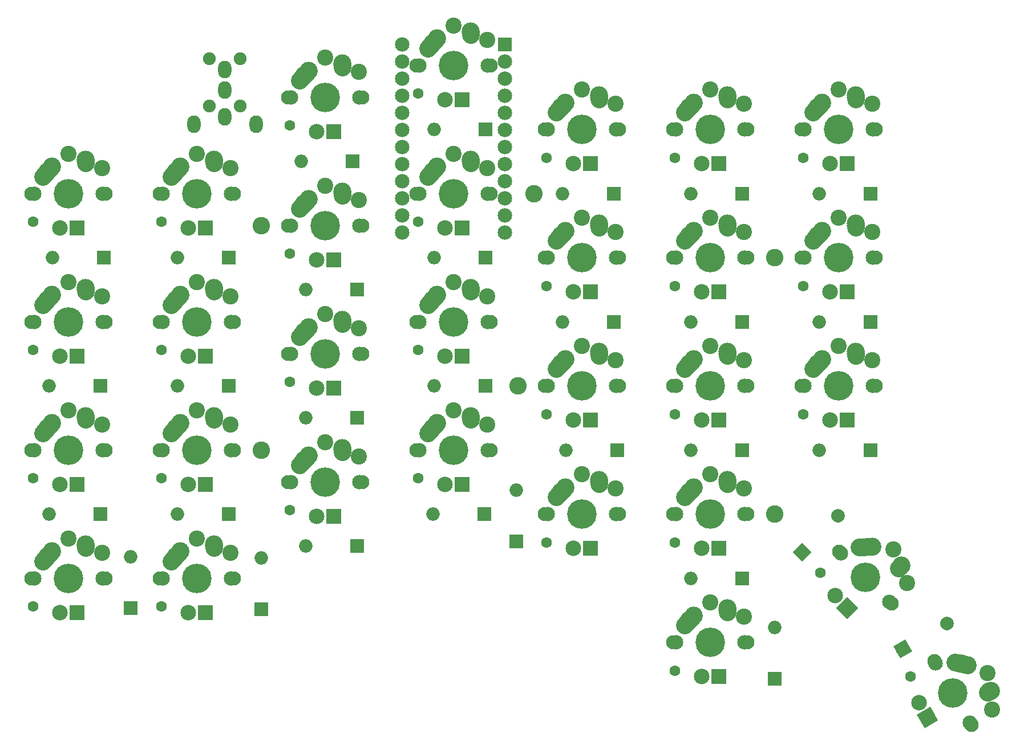
<source format=gts>
G04 #@! TF.GenerationSoftware,KiCad,Pcbnew,(5.0.0)*
G04 #@! TF.CreationDate,2019-05-29T22:18:10-05:00*
G04 #@! TF.ProjectId,PCB,5043422E6B696361645F706362000000,rev?*
G04 #@! TF.SameCoordinates,Original*
G04 #@! TF.FileFunction,Soldermask,Top*
G04 #@! TF.FilePolarity,Negative*
%FSLAX46Y46*%
G04 Gerber Fmt 4.6, Leading zero omitted, Abs format (unit mm)*
G04 Created by KiCad (PCBNEW (5.0.0)) date 05/29/19 22:18:10*
%MOMM*%
%LPD*%
G01*
G04 APERTURE LIST*
%ADD10C,2.650000*%
%ADD11C,2.650000*%
%ADD12C,4.387800*%
%ADD13C,2.150000*%
%ADD14C,2.400000*%
%ADD15C,2.100000*%
%ADD16C,1.600000*%
%ADD17C,2.305000*%
%ADD18R,2.305000X2.305000*%
%ADD19R,2.000000X2.000000*%
%ADD20O,2.000000X2.000000*%
%ADD21C,2.000000*%
%ADD22C,0.100000*%
%ADD23C,2.000000*%
%ADD24C,2.152600*%
%ADD25R,2.152600X2.152600*%
%ADD26O,2.000000X2.600000*%
%ADD27C,1.900000*%
%ADD28C,2.600000*%
G04 APERTURE END LIST*
D10*
G04 #@! TO.C,K3*
X164444771Y-54741234D03*
D11*
X164425000Y-55031250D02*
X164464542Y-54451218D01*
D10*
X164465000Y-54451250D03*
X158769995Y-56261246D03*
D11*
X158115000Y-56991250D02*
X159424990Y-55531242D01*
D12*
X161925000Y-59531250D03*
D10*
X159425000Y-55531250D03*
D13*
X156845000Y-59531250D03*
X167005000Y-59531250D03*
D14*
X166925000Y-55731250D03*
X161925000Y-53631250D03*
D15*
X156425000Y-59531250D03*
X167425000Y-59531250D03*
D16*
X156705000Y-63731250D03*
D17*
X160655000Y-64611250D03*
D18*
X163195000Y-64611250D03*
G04 #@! TD*
G04 #@! TO.C,K2*
X144145000Y-78898750D03*
D17*
X141605000Y-78898750D03*
D16*
X137655000Y-78018750D03*
D15*
X148375000Y-73818750D03*
X137375000Y-73818750D03*
D14*
X142875000Y-67918750D03*
X147875000Y-70018750D03*
D13*
X147955000Y-73818750D03*
X137795000Y-73818750D03*
D10*
X140375000Y-69818750D03*
D12*
X142875000Y-73818750D03*
D10*
X139719995Y-70548746D03*
D11*
X139065000Y-71278750D02*
X140374990Y-69818742D01*
D10*
X145415000Y-68738750D03*
X145394771Y-69028734D03*
D11*
X145375000Y-69318750D02*
X145414542Y-68738718D01*
G04 #@! TD*
D19*
G04 #@! TO.C,D1*
X129063750Y-83343750D03*
D20*
X121443750Y-83343750D03*
G04 #@! TD*
G04 #@! TO.C,D2*
X140017500Y-83343750D03*
D19*
X147637500Y-83343750D03*
G04 #@! TD*
G04 #@! TO.C,D3*
X165998389Y-69056250D03*
D20*
X158378389Y-69056250D03*
G04 #@! TD*
G04 #@! TO.C,D4*
X178117500Y-64293750D03*
D19*
X185737500Y-64293750D03*
G04 #@! TD*
G04 #@! TO.C,D5*
X204787500Y-73818750D03*
D20*
X197167500Y-73818750D03*
G04 #@! TD*
G04 #@! TO.C,D6*
X216217500Y-73818750D03*
D19*
X223837500Y-73818750D03*
G04 #@! TD*
G04 #@! TO.C,D7*
X242887500Y-73818750D03*
D20*
X235267500Y-73818750D03*
G04 #@! TD*
G04 #@! TO.C,D8*
X120967500Y-102393750D03*
D19*
X128587500Y-102393750D03*
G04 #@! TD*
G04 #@! TO.C,D9*
X147637500Y-102393750D03*
D20*
X140017500Y-102393750D03*
G04 #@! TD*
G04 #@! TO.C,D10*
X159067500Y-88106250D03*
D19*
X166687500Y-88106250D03*
G04 #@! TD*
G04 #@! TO.C,D11*
X185737500Y-83343750D03*
D20*
X178117500Y-83343750D03*
G04 #@! TD*
G04 #@! TO.C,D12*
X197167500Y-92868750D03*
D19*
X204787500Y-92868750D03*
G04 #@! TD*
G04 #@! TO.C,D13*
X223837500Y-92868750D03*
D20*
X216217500Y-92868750D03*
G04 #@! TD*
G04 #@! TO.C,D14*
X235267500Y-92868750D03*
D19*
X242887500Y-92868750D03*
G04 #@! TD*
G04 #@! TO.C,D15*
X128587500Y-121443750D03*
D20*
X120967500Y-121443750D03*
G04 #@! TD*
G04 #@! TO.C,D16*
X140017500Y-121443750D03*
D19*
X147637500Y-121443750D03*
G04 #@! TD*
G04 #@! TO.C,D17*
X166687500Y-107156250D03*
D20*
X159067500Y-107156250D03*
G04 #@! TD*
G04 #@! TO.C,D18*
X178117500Y-102393750D03*
D19*
X185737500Y-102393750D03*
G04 #@! TD*
G04 #@! TO.C,D19*
X205263750Y-111918750D03*
D20*
X197643750Y-111918750D03*
G04 #@! TD*
G04 #@! TO.C,D20*
X216217500Y-111918750D03*
D19*
X223837500Y-111918750D03*
G04 #@! TD*
G04 #@! TO.C,D21*
X242887500Y-111918750D03*
D20*
X235267500Y-111918750D03*
G04 #@! TD*
G04 #@! TO.C,D22*
X133050000Y-127810000D03*
D19*
X133050000Y-135430000D03*
G04 #@! TD*
G04 #@! TO.C,D23*
X152420000Y-135550000D03*
D20*
X152420000Y-127930000D03*
G04 #@! TD*
D19*
G04 #@! TO.C,D24*
X166687500Y-126206250D03*
D20*
X159067500Y-126206250D03*
G04 #@! TD*
G04 #@! TO.C,D25*
X177918390Y-121443750D03*
D19*
X185538390Y-121443750D03*
G04 #@! TD*
G04 #@! TO.C,D26*
X190260000Y-125540000D03*
D20*
X190260000Y-117920000D03*
G04 #@! TD*
G04 #@! TO.C,D27*
X216217500Y-130968750D03*
D19*
X223837500Y-130968750D03*
G04 #@! TD*
D21*
G04 #@! TO.C,D28*
X232680000Y-127080000D03*
D22*
G36*
X232680000Y-128494214D02*
X231265786Y-127080000D01*
X232680000Y-125665786D01*
X234094214Y-127080000D01*
X232680000Y-128494214D01*
X232680000Y-128494214D01*
G37*
D21*
X238068154Y-121691846D03*
D23*
X238068154Y-121691846D02*
X238068154Y-121691846D01*
G04 #@! TD*
D20*
G04 #@! TO.C,D29*
X228600000Y-138280000D03*
D19*
X228600000Y-145900000D03*
G04 #@! TD*
D21*
G04 #@! TO.C,D30*
X254229114Y-137660000D03*
D23*
X254229114Y-137660000D02*
X254229114Y-137660000D01*
D21*
X247630000Y-141470000D03*
D22*
G36*
X247263975Y-142836025D02*
X246263975Y-141103975D01*
X247996025Y-140103975D01*
X248996025Y-141836025D01*
X247263975Y-142836025D01*
X247263975Y-142836025D01*
G37*
G04 #@! TD*
D18*
G04 #@! TO.C,K1*
X125095000Y-78898750D03*
D17*
X122555000Y-78898750D03*
D16*
X118605000Y-78018750D03*
D15*
X129325000Y-73818750D03*
X118325000Y-73818750D03*
D14*
X123825000Y-67918750D03*
X128825000Y-70018750D03*
D13*
X128905000Y-73818750D03*
X118745000Y-73818750D03*
D10*
X121325000Y-69818750D03*
D12*
X123825000Y-73818750D03*
D10*
X120669995Y-70548746D03*
D11*
X120015000Y-71278750D02*
X121324990Y-69818742D01*
D10*
X126365000Y-68738750D03*
X126344771Y-69028734D03*
D11*
X126325000Y-69318750D02*
X126364542Y-68738718D01*
G04 #@! TD*
D18*
G04 #@! TO.C,K4*
X182245000Y-59848750D03*
D17*
X179705000Y-59848750D03*
D16*
X175755000Y-58968750D03*
D15*
X186475000Y-54768750D03*
X175475000Y-54768750D03*
D14*
X180975000Y-48868750D03*
X185975000Y-50968750D03*
D13*
X186055000Y-54768750D03*
X175895000Y-54768750D03*
D10*
X178475000Y-50768750D03*
D12*
X180975000Y-54768750D03*
D10*
X177819995Y-51498746D03*
D11*
X177165000Y-52228750D02*
X178474990Y-50768742D01*
D10*
X183515000Y-49688750D03*
X183494771Y-49978734D03*
D11*
X183475000Y-50268750D02*
X183514542Y-49688718D01*
G04 #@! TD*
D10*
G04 #@! TO.C,K5*
X202544771Y-59503734D03*
D11*
X202525000Y-59793750D02*
X202564542Y-59213718D01*
D10*
X202565000Y-59213750D03*
X196869995Y-61023746D03*
D11*
X196215000Y-61753750D02*
X197524990Y-60293742D01*
D12*
X200025000Y-64293750D03*
D10*
X197525000Y-60293750D03*
D13*
X194945000Y-64293750D03*
X205105000Y-64293750D03*
D14*
X205025000Y-60493750D03*
X200025000Y-58393750D03*
D15*
X194525000Y-64293750D03*
X205525000Y-64293750D03*
D16*
X194805000Y-68493750D03*
D17*
X198755000Y-69373750D03*
D18*
X201295000Y-69373750D03*
G04 #@! TD*
G04 #@! TO.C,K6*
X220345000Y-69373750D03*
D17*
X217805000Y-69373750D03*
D16*
X213855000Y-68493750D03*
D15*
X224575000Y-64293750D03*
X213575000Y-64293750D03*
D14*
X219075000Y-58393750D03*
X224075000Y-60493750D03*
D13*
X224155000Y-64293750D03*
X213995000Y-64293750D03*
D10*
X216575000Y-60293750D03*
D12*
X219075000Y-64293750D03*
D10*
X215919995Y-61023746D03*
D11*
X215265000Y-61753750D02*
X216574990Y-60293742D01*
D10*
X221615000Y-59213750D03*
X221594771Y-59503734D03*
D11*
X221575000Y-59793750D02*
X221614542Y-59213718D01*
G04 #@! TD*
D10*
G04 #@! TO.C,K7*
X240644771Y-59503734D03*
D11*
X240625000Y-59793750D02*
X240664542Y-59213718D01*
D10*
X240665000Y-59213750D03*
X234969995Y-61023746D03*
D11*
X234315000Y-61753750D02*
X235624990Y-60293742D01*
D12*
X238125000Y-64293750D03*
D10*
X235625000Y-60293750D03*
D13*
X233045000Y-64293750D03*
X243205000Y-64293750D03*
D14*
X243125000Y-60493750D03*
X238125000Y-58393750D03*
D15*
X232625000Y-64293750D03*
X243625000Y-64293750D03*
D16*
X232905000Y-68493750D03*
D17*
X236855000Y-69373750D03*
D18*
X239395000Y-69373750D03*
G04 #@! TD*
D10*
G04 #@! TO.C,K8*
X126344771Y-88078734D03*
D11*
X126325000Y-88368750D02*
X126364542Y-87788718D01*
D10*
X126365000Y-87788750D03*
X120669995Y-89598746D03*
D11*
X120015000Y-90328750D02*
X121324990Y-88868742D01*
D12*
X123825000Y-92868750D03*
D10*
X121325000Y-88868750D03*
D13*
X118745000Y-92868750D03*
X128905000Y-92868750D03*
D14*
X128825000Y-89068750D03*
X123825000Y-86968750D03*
D15*
X118325000Y-92868750D03*
X129325000Y-92868750D03*
D16*
X118605000Y-97068750D03*
D17*
X122555000Y-97948750D03*
D18*
X125095000Y-97948750D03*
G04 #@! TD*
G04 #@! TO.C,K9*
X144145000Y-97948750D03*
D17*
X141605000Y-97948750D03*
D16*
X137655000Y-97068750D03*
D15*
X148375000Y-92868750D03*
X137375000Y-92868750D03*
D14*
X142875000Y-86968750D03*
X147875000Y-89068750D03*
D13*
X147955000Y-92868750D03*
X137795000Y-92868750D03*
D10*
X140375000Y-88868750D03*
D12*
X142875000Y-92868750D03*
D10*
X139719995Y-89598746D03*
D11*
X139065000Y-90328750D02*
X140374990Y-88868742D01*
D10*
X145415000Y-87788750D03*
X145394771Y-88078734D03*
D11*
X145375000Y-88368750D02*
X145414542Y-87788718D01*
G04 #@! TD*
D10*
G04 #@! TO.C,K10*
X164444771Y-73791234D03*
D11*
X164425000Y-74081250D02*
X164464542Y-73501218D01*
D10*
X164465000Y-73501250D03*
X158769995Y-75311246D03*
D11*
X158115000Y-76041250D02*
X159424990Y-74581242D01*
D12*
X161925000Y-78581250D03*
D10*
X159425000Y-74581250D03*
D13*
X156845000Y-78581250D03*
X167005000Y-78581250D03*
D14*
X166925000Y-74781250D03*
X161925000Y-72681250D03*
D15*
X156425000Y-78581250D03*
X167425000Y-78581250D03*
D16*
X156705000Y-82781250D03*
D17*
X160655000Y-83661250D03*
D18*
X163195000Y-83661250D03*
G04 #@! TD*
G04 #@! TO.C,K11*
X182245000Y-78898750D03*
D17*
X179705000Y-78898750D03*
D16*
X175755000Y-78018750D03*
D15*
X186475000Y-73818750D03*
X175475000Y-73818750D03*
D14*
X180975000Y-67918750D03*
X185975000Y-70018750D03*
D13*
X186055000Y-73818750D03*
X175895000Y-73818750D03*
D10*
X178475000Y-69818750D03*
D12*
X180975000Y-73818750D03*
D10*
X177819995Y-70548746D03*
D11*
X177165000Y-71278750D02*
X178474990Y-69818742D01*
D10*
X183515000Y-68738750D03*
X183494771Y-69028734D03*
D11*
X183475000Y-69318750D02*
X183514542Y-68738718D01*
G04 #@! TD*
D10*
G04 #@! TO.C,K12*
X202544771Y-78553734D03*
D11*
X202525000Y-78843750D02*
X202564542Y-78263718D01*
D10*
X202565000Y-78263750D03*
X196869995Y-80073746D03*
D11*
X196215000Y-80803750D02*
X197524990Y-79343742D01*
D12*
X200025000Y-83343750D03*
D10*
X197525000Y-79343750D03*
D13*
X194945000Y-83343750D03*
X205105000Y-83343750D03*
D14*
X205025000Y-79543750D03*
X200025000Y-77443750D03*
D15*
X194525000Y-83343750D03*
X205525000Y-83343750D03*
D16*
X194805000Y-87543750D03*
D17*
X198755000Y-88423750D03*
D18*
X201295000Y-88423750D03*
G04 #@! TD*
G04 #@! TO.C,K13*
X220345000Y-88423750D03*
D17*
X217805000Y-88423750D03*
D16*
X213855000Y-87543750D03*
D15*
X224575000Y-83343750D03*
X213575000Y-83343750D03*
D14*
X219075000Y-77443750D03*
X224075000Y-79543750D03*
D13*
X224155000Y-83343750D03*
X213995000Y-83343750D03*
D10*
X216575000Y-79343750D03*
D12*
X219075000Y-83343750D03*
D10*
X215919995Y-80073746D03*
D11*
X215265000Y-80803750D02*
X216574990Y-79343742D01*
D10*
X221615000Y-78263750D03*
X221594771Y-78553734D03*
D11*
X221575000Y-78843750D02*
X221614542Y-78263718D01*
G04 #@! TD*
D10*
G04 #@! TO.C,K14*
X240644771Y-78553734D03*
D11*
X240625000Y-78843750D02*
X240664542Y-78263718D01*
D10*
X240665000Y-78263750D03*
X234969995Y-80073746D03*
D11*
X234315000Y-80803750D02*
X235624990Y-79343742D01*
D12*
X238125000Y-83343750D03*
D10*
X235625000Y-79343750D03*
D13*
X233045000Y-83343750D03*
X243205000Y-83343750D03*
D14*
X243125000Y-79543750D03*
X238125000Y-77443750D03*
D15*
X232625000Y-83343750D03*
X243625000Y-83343750D03*
D16*
X232905000Y-87543750D03*
D17*
X236855000Y-88423750D03*
D18*
X239395000Y-88423750D03*
G04 #@! TD*
G04 #@! TO.C,K15*
X125095000Y-116998750D03*
D17*
X122555000Y-116998750D03*
D16*
X118605000Y-116118750D03*
D15*
X129325000Y-111918750D03*
X118325000Y-111918750D03*
D14*
X123825000Y-106018750D03*
X128825000Y-108118750D03*
D13*
X128905000Y-111918750D03*
X118745000Y-111918750D03*
D10*
X121325000Y-107918750D03*
D12*
X123825000Y-111918750D03*
D10*
X120669995Y-108648746D03*
D11*
X120015000Y-109378750D02*
X121324990Y-107918742D01*
D10*
X126365000Y-106838750D03*
X126344771Y-107128734D03*
D11*
X126325000Y-107418750D02*
X126364542Y-106838718D01*
G04 #@! TD*
D10*
G04 #@! TO.C,K16*
X145394771Y-107128734D03*
D11*
X145375000Y-107418750D02*
X145414542Y-106838718D01*
D10*
X145415000Y-106838750D03*
X139719995Y-108648746D03*
D11*
X139065000Y-109378750D02*
X140374990Y-107918742D01*
D12*
X142875000Y-111918750D03*
D10*
X140375000Y-107918750D03*
D13*
X137795000Y-111918750D03*
X147955000Y-111918750D03*
D14*
X147875000Y-108118750D03*
X142875000Y-106018750D03*
D15*
X137375000Y-111918750D03*
X148375000Y-111918750D03*
D16*
X137655000Y-116118750D03*
D17*
X141605000Y-116998750D03*
D18*
X144145000Y-116998750D03*
G04 #@! TD*
D10*
G04 #@! TO.C,K17*
X164444771Y-92841234D03*
D11*
X164425000Y-93131250D02*
X164464542Y-92551218D01*
D10*
X164465000Y-92551250D03*
X158769995Y-94361246D03*
D11*
X158115000Y-95091250D02*
X159424990Y-93631242D01*
D12*
X161925000Y-97631250D03*
D10*
X159425000Y-93631250D03*
D13*
X156845000Y-97631250D03*
X167005000Y-97631250D03*
D14*
X166925000Y-93831250D03*
X161925000Y-91731250D03*
D15*
X156425000Y-97631250D03*
X167425000Y-97631250D03*
D16*
X156705000Y-101831250D03*
D17*
X160655000Y-102711250D03*
D18*
X163195000Y-102711250D03*
G04 #@! TD*
G04 #@! TO.C,K18*
X182245000Y-97948750D03*
D17*
X179705000Y-97948750D03*
D16*
X175755000Y-97068750D03*
D15*
X186475000Y-92868750D03*
X175475000Y-92868750D03*
D14*
X180975000Y-86968750D03*
X185975000Y-89068750D03*
D13*
X186055000Y-92868750D03*
X175895000Y-92868750D03*
D10*
X178475000Y-88868750D03*
D12*
X180975000Y-92868750D03*
D10*
X177819995Y-89598746D03*
D11*
X177165000Y-90328750D02*
X178474990Y-88868742D01*
D10*
X183515000Y-87788750D03*
X183494771Y-88078734D03*
D11*
X183475000Y-88368750D02*
X183514542Y-87788718D01*
G04 #@! TD*
D10*
G04 #@! TO.C,K19*
X202544771Y-97603734D03*
D11*
X202525000Y-97893750D02*
X202564542Y-97313718D01*
D10*
X202565000Y-97313750D03*
X196869995Y-99123746D03*
D11*
X196215000Y-99853750D02*
X197524990Y-98393742D01*
D12*
X200025000Y-102393750D03*
D10*
X197525000Y-98393750D03*
D13*
X194945000Y-102393750D03*
X205105000Y-102393750D03*
D14*
X205025000Y-98593750D03*
X200025000Y-96493750D03*
D15*
X194525000Y-102393750D03*
X205525000Y-102393750D03*
D16*
X194805000Y-106593750D03*
D17*
X198755000Y-107473750D03*
D18*
X201295000Y-107473750D03*
G04 #@! TD*
G04 #@! TO.C,K20*
X220345000Y-107473750D03*
D17*
X217805000Y-107473750D03*
D16*
X213855000Y-106593750D03*
D15*
X224575000Y-102393750D03*
X213575000Y-102393750D03*
D14*
X219075000Y-96493750D03*
X224075000Y-98593750D03*
D13*
X224155000Y-102393750D03*
X213995000Y-102393750D03*
D10*
X216575000Y-98393750D03*
D12*
X219075000Y-102393750D03*
D10*
X215919995Y-99123746D03*
D11*
X215265000Y-99853750D02*
X216574990Y-98393742D01*
D10*
X221615000Y-97313750D03*
X221594771Y-97603734D03*
D11*
X221575000Y-97893750D02*
X221614542Y-97313718D01*
G04 #@! TD*
D10*
G04 #@! TO.C,K21*
X240644771Y-97603734D03*
D11*
X240625000Y-97893750D02*
X240664542Y-97313718D01*
D10*
X240665000Y-97313750D03*
X234969995Y-99123746D03*
D11*
X234315000Y-99853750D02*
X235624990Y-98393742D01*
D12*
X238125000Y-102393750D03*
D10*
X235625000Y-98393750D03*
D13*
X233045000Y-102393750D03*
X243205000Y-102393750D03*
D14*
X243125000Y-98593750D03*
X238125000Y-96493750D03*
D15*
X232625000Y-102393750D03*
X243625000Y-102393750D03*
D16*
X232905000Y-106593750D03*
D17*
X236855000Y-107473750D03*
D18*
X239395000Y-107473750D03*
G04 #@! TD*
G04 #@! TO.C,K22*
X125095000Y-136048750D03*
D17*
X122555000Y-136048750D03*
D16*
X118605000Y-135168750D03*
D15*
X129325000Y-130968750D03*
X118325000Y-130968750D03*
D14*
X123825000Y-125068750D03*
X128825000Y-127168750D03*
D13*
X128905000Y-130968750D03*
X118745000Y-130968750D03*
D10*
X121325000Y-126968750D03*
D12*
X123825000Y-130968750D03*
D10*
X120669995Y-127698746D03*
D11*
X120015000Y-128428750D02*
X121324990Y-126968742D01*
D10*
X126365000Y-125888750D03*
X126344771Y-126178734D03*
D11*
X126325000Y-126468750D02*
X126364542Y-125888718D01*
G04 #@! TD*
D10*
G04 #@! TO.C,K23*
X145394771Y-126178734D03*
D11*
X145375000Y-126468750D02*
X145414542Y-125888718D01*
D10*
X145415000Y-125888750D03*
X139719995Y-127698746D03*
D11*
X139065000Y-128428750D02*
X140374990Y-126968742D01*
D12*
X142875000Y-130968750D03*
D10*
X140375000Y-126968750D03*
D13*
X137795000Y-130968750D03*
X147955000Y-130968750D03*
D14*
X147875000Y-127168750D03*
X142875000Y-125068750D03*
D15*
X137375000Y-130968750D03*
X148375000Y-130968750D03*
D16*
X137655000Y-135168750D03*
D17*
X141605000Y-136048750D03*
D18*
X144145000Y-136048750D03*
G04 #@! TD*
G04 #@! TO.C,K24*
X163195000Y-121761250D03*
D17*
X160655000Y-121761250D03*
D16*
X156705000Y-120881250D03*
D15*
X167425000Y-116681250D03*
X156425000Y-116681250D03*
D14*
X161925000Y-110781250D03*
X166925000Y-112881250D03*
D13*
X167005000Y-116681250D03*
X156845000Y-116681250D03*
D10*
X159425000Y-112681250D03*
D12*
X161925000Y-116681250D03*
D10*
X158769995Y-113411246D03*
D11*
X158115000Y-114141250D02*
X159424990Y-112681242D01*
D10*
X164465000Y-111601250D03*
X164444771Y-111891234D03*
D11*
X164425000Y-112181250D02*
X164464542Y-111601218D01*
G04 #@! TD*
D10*
G04 #@! TO.C,K25*
X183494771Y-107128734D03*
D11*
X183475000Y-107418750D02*
X183514542Y-106838718D01*
D10*
X183515000Y-106838750D03*
X177819995Y-108648746D03*
D11*
X177165000Y-109378750D02*
X178474990Y-107918742D01*
D12*
X180975000Y-111918750D03*
D10*
X178475000Y-107918750D03*
D13*
X175895000Y-111918750D03*
X186055000Y-111918750D03*
D14*
X185975000Y-108118750D03*
X180975000Y-106018750D03*
D15*
X175475000Y-111918750D03*
X186475000Y-111918750D03*
D16*
X175755000Y-116118750D03*
D17*
X179705000Y-116998750D03*
D18*
X182245000Y-116998750D03*
G04 #@! TD*
G04 #@! TO.C,K26*
X201295000Y-126523750D03*
D17*
X198755000Y-126523750D03*
D16*
X194805000Y-125643750D03*
D15*
X205525000Y-121443750D03*
X194525000Y-121443750D03*
D14*
X200025000Y-115543750D03*
X205025000Y-117643750D03*
D13*
X205105000Y-121443750D03*
X194945000Y-121443750D03*
D10*
X197525000Y-117443750D03*
D12*
X200025000Y-121443750D03*
D10*
X196869995Y-118173746D03*
D11*
X196215000Y-118903750D02*
X197524990Y-117443742D01*
D10*
X202565000Y-116363750D03*
X202544771Y-116653734D03*
D11*
X202525000Y-116943750D02*
X202564542Y-116363718D01*
G04 #@! TD*
D10*
G04 #@! TO.C,K27*
X221594771Y-116653734D03*
D11*
X221575000Y-116943750D02*
X221614542Y-116363718D01*
D10*
X221615000Y-116363750D03*
X215919995Y-118173746D03*
D11*
X215265000Y-118903750D02*
X216574990Y-117443742D01*
D12*
X219075000Y-121443750D03*
D10*
X216575000Y-117443750D03*
D13*
X213995000Y-121443750D03*
X224155000Y-121443750D03*
D14*
X224075000Y-117643750D03*
X219075000Y-115543750D03*
D15*
X213575000Y-121443750D03*
X224575000Y-121443750D03*
D16*
X213855000Y-125643750D03*
D17*
X217805000Y-126523750D03*
D18*
X220345000Y-126523750D03*
G04 #@! TD*
D17*
G04 #@! TO.C,K28*
X239370923Y-135363878D03*
D22*
G36*
X237741042Y-135363878D02*
X239370923Y-133733997D01*
X241000804Y-135363878D01*
X239370923Y-136993759D01*
X237741042Y-135363878D01*
X237741042Y-135363878D01*
G37*
D17*
X237574872Y-133567827D03*
D16*
X235404054Y-130152501D03*
D15*
X245954087Y-134762837D03*
X238175913Y-126984663D03*
D14*
X246236930Y-126701820D03*
X248287540Y-131722278D03*
D13*
X245657102Y-134465852D03*
X238472898Y-127281648D03*
D10*
X243125660Y-126277556D03*
D12*
X242065000Y-130873750D03*
D10*
X242146317Y-126330583D03*
D11*
X241166974Y-126383622D02*
X243125660Y-126277544D01*
D10*
X247453154Y-129077699D03*
X247233800Y-129268444D03*
D11*
X247014747Y-129459536D02*
X247452853Y-129077352D01*
G04 #@! TD*
D10*
G04 #@! TO.C,K29*
X221594771Y-135703734D03*
D11*
X221575000Y-135993750D02*
X221614542Y-135413718D01*
D10*
X221615000Y-135413750D03*
X215919995Y-137223746D03*
D11*
X215265000Y-137953750D02*
X216574990Y-136493742D01*
D12*
X219075000Y-140493750D03*
D10*
X216575000Y-136493750D03*
D13*
X213995000Y-140493750D03*
X224155000Y-140493750D03*
D14*
X224075000Y-136693750D03*
X219075000Y-134593750D03*
D15*
X213575000Y-140493750D03*
X224575000Y-140493750D03*
D16*
X213855000Y-144693750D03*
D17*
X217805000Y-145573750D03*
D18*
X220345000Y-145573750D03*
G04 #@! TD*
D17*
G04 #@! TO.C,K30*
X251305591Y-151659852D03*
D22*
G36*
X249731247Y-151238008D02*
X251727435Y-150085508D01*
X252879935Y-152081696D01*
X250883747Y-153234196D01*
X249731247Y-151238008D01*
X249731247Y-151238008D01*
G37*
D17*
X250035591Y-149460148D03*
D16*
X248822693Y-145599347D03*
D15*
X257820000Y-152783140D03*
X252320000Y-143256860D03*
D14*
X260179550Y-145070000D03*
X260860897Y-150450127D03*
D13*
X257610000Y-152419409D03*
X252530000Y-143620591D03*
D10*
X257284102Y-143854936D03*
D12*
X255070000Y-148020000D03*
D10*
X256324405Y-143652684D03*
D11*
X255364705Y-143450443D02*
X257284105Y-143854925D01*
D10*
X260739409Y-147679705D03*
X260478161Y-147807179D03*
D11*
X260217114Y-147935064D02*
X260739208Y-147679294D01*
G04 #@! TD*
D24*
G04 #@! TO.C,U1*
X173330000Y-51700000D03*
X188570000Y-79640000D03*
X173330000Y-54240000D03*
X173330000Y-56780000D03*
X173330000Y-59320000D03*
X173330000Y-61860000D03*
X173330000Y-64400000D03*
X173330000Y-66940000D03*
X173330000Y-69480000D03*
X173330000Y-72020000D03*
X173330000Y-74560000D03*
X173330000Y-77100000D03*
X173330000Y-79640000D03*
X188570000Y-77100000D03*
X188570000Y-74560000D03*
X188570000Y-72020000D03*
X188570000Y-69480000D03*
X188570000Y-66940000D03*
X188570000Y-64400000D03*
X188570000Y-61860000D03*
X188570000Y-59320000D03*
X188570000Y-56780000D03*
X188570000Y-54240000D03*
D25*
X188570000Y-51700000D03*
G04 #@! TD*
D26*
G04 #@! TO.C,REF\002A\002A*
X147030000Y-58410000D03*
D27*
X144730000Y-53810000D03*
X144730000Y-60810000D03*
D26*
X147030000Y-55410000D03*
X147030000Y-62410000D03*
X142430000Y-63510000D03*
X151630000Y-63510000D03*
D27*
X149330000Y-53810000D03*
X149330000Y-60810000D03*
G04 #@! TD*
D28*
G04 #@! TO.C,*
X152400000Y-111918750D03*
G04 #@! TD*
G04 #@! TO.C,*
X152400000Y-78581250D03*
G04 #@! TD*
G04 #@! TO.C,*
X190500000Y-102393750D03*
G04 #@! TD*
G04 #@! TO.C,*
X228600000Y-83343750D03*
G04 #@! TD*
G04 #@! TO.C,*
X228600000Y-121443750D03*
G04 #@! TD*
G04 #@! TO.C,*
X192881250Y-73818750D03*
G04 #@! TD*
M02*

</source>
